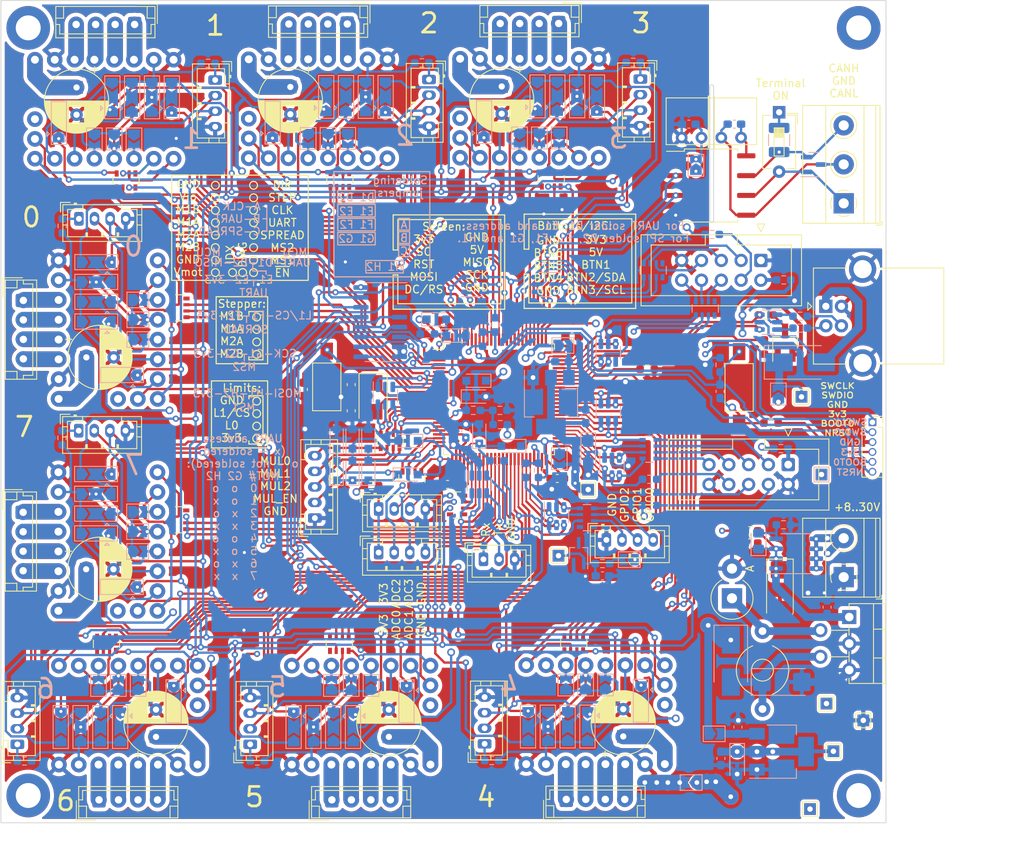
<source format=kicad_pcb>
(kicad_pcb
	(version 20240108)
	(generator "pcbnew")
	(generator_version "8.0")
	(general
		(thickness 4.69)
		(legacy_teardrops no)
	)
	(paper "A4")
	(layers
		(0 "F.Cu" signal)
		(1 "In1.Cu" power "Ground.Cu")
		(2 "In2.Cu" power "Power.Cu")
		(31 "B.Cu" signal)
		(32 "B.Adhes" user "B.Adhesive")
		(33 "F.Adhes" user "F.Adhesive")
		(34 "B.Paste" user)
		(35 "F.Paste" user)
		(36 "B.SilkS" user "B.Silkscreen")
		(37 "F.SilkS" user "F.Silkscreen")
		(38 "B.Mask" user)
		(39 "F.Mask" user)
		(40 "Dwgs.User" user "User.Drawings")
		(41 "Cmts.User" user "User.Comments")
		(42 "Eco1.User" user "User.Eco1")
		(43 "Eco2.User" user "User.Eco2")
		(44 "Edge.Cuts" user)
		(45 "Margin" user)
		(46 "B.CrtYd" user "B.Courtyard")
		(47 "F.CrtYd" user "F.Courtyard")
		(48 "B.Fab" user)
		(49 "F.Fab" user)
		(50 "User.1" user)
		(51 "User.2" user)
		(52 "User.3" user)
		(53 "User.4" user)
		(54 "User.5" user)
		(55 "User.6" user)
		(56 "User.7" user)
		(57 "User.8" user)
		(58 "User.9" user)
	)
	(setup
		(stackup
			(layer "F.SilkS"
				(type "Top Silk Screen")
			)
			(layer "F.Paste"
				(type "Top Solder Paste")
			)
			(layer "F.Mask"
				(type "Top Solder Mask")
				(thickness 0.01)
			)
			(layer "F.Cu"
				(type "copper")
				(thickness 0.035)
			)
			(layer "dielectric 1"
				(type "core")
				(thickness 1.51)
				(material "FR4")
				(epsilon_r 4.5)
				(loss_tangent 0.02)
			)
			(layer "In1.Cu"
				(type "copper")
				(thickness 0.035)
			)
			(layer "dielectric 2"
				(type "prepreg")
				(thickness 1.51)
				(material "FR4")
				(epsilon_r 4.5)
				(loss_tangent 0.02)
			)
			(layer "In2.Cu"
				(type "copper")
				(thickness 0.035)
			)
			(layer "dielectric 3"
				(type "core")
				(thickness 1.51)
				(material "FR4")
				(epsilon_r 4.5)
				(loss_tangent 0.02)
			)
			(layer "B.Cu"
				(type "copper")
				(thickness 0.035)
			)
			(layer "B.Mask"
				(type "Bottom Solder Mask")
				(thickness 0.01)
			)
			(layer "B.Paste"
				(type "Bottom Solder Paste")
			)
			(layer "B.SilkS"
				(type "Bottom Silk Screen")
			)
			(copper_finish "None")
			(dielectric_constraints no)
		)
		(pad_to_mask_clearance 0)
		(allow_soldermask_bridges_in_footprints no)
		(pcbplotparams
			(layerselection 0x00010fc_ffffffff)
			(plot_on_all_layers_selection 0x0000000_00000000)
			(disableapertmacros no)
			(usegerberextensions no)
			(usegerberattributes yes)
			(usegerberadvancedattributes yes)
			(creategerberjobfile yes)
			(dashed_line_dash_ratio 12.000000)
			(dashed_line_gap_ratio 3.000000)
			(svgprecision 6)
			(plotframeref no)
			(viasonmask no)
			(mode 1)
			(useauxorigin no)
			(hpglpennumber 1)
			(hpglpenspeed 20)
			(hpglpendiameter 15.000000)
			(pdf_front_fp_property_popups yes)
			(pdf_back_fp_property_popups yes)
			(dxfpolygonmode yes)
			(dxfimperialunits yes)
			(dxfusepcbnewfont yes)
			(psnegative no)
			(psa4output no)
			(plotreference yes)
			(plotvalue yes)
			(plotfptext yes)
			(plotinvisibletext no)
			(sketchpadsonfab no)
			(subtractmaskfromsilk no)
			(outputformat 1)
			(mirror no)
			(drillshape 0)
			(scaleselection 1)
			(outputdirectory "gerbers/")
		)
	)
	(net 0 "")
	(net 1 "/MCU base/OSC_IN")
	(net 2 "GND")
	(net 3 "/MCU base/NRST")
	(net 4 "/MCU base/BOOT0")
	(net 5 "+3V3")
	(net 6 "/MCU base/OSC_OUT")
	(net 7 "unconnected-(D1-Pad4)")
	(net 8 "/MCU base/BTN1")
	(net 9 "/MCU base/BTN2_SDA")
	(net 10 "/MCU base/SWDIO")
	(net 11 "/MCU base/BTN3_SCL")
	(net 12 "/MCU base/SWCLK")
	(net 13 "M4_L0")
	(net 14 "M4_L1")
	(net 15 "/MCU base/BTN4")
	(net 16 "/MCU base/BTN5")
	(net 17 "/MCU base/BTN6")
	(net 18 "M3_L1")
	(net 19 "M3_L0")
	(net 20 "M2_L1")
	(net 21 "M2_L0")
	(net 22 "M1_L0")
	(net 23 "M1_L1")
	(net 24 "/MCU base/SCRN_DCRS")
	(net 25 "/MCU base/SCRN_SCK")
	(net 26 "/MCU base/SCRN_MISO")
	(net 27 "/MCU base/SCRN_MOSI")
	(net 28 "/MCU base/SCRN_RST")
	(net 29 "/MCU base/SCRN_CS")
	(net 30 "M6_L1")
	(net 31 "M6_L0")
	(net 32 "M5_L1")
	(net 33 "M5_L0")
	(net 34 "/MCU base/A0")
	(net 35 "/MCU base/A1")
	(net 36 "/MCU base/A2")
	(net 37 "/MCU base/A3")
	(net 38 "/MCU base/A4")
	(net 39 "/MCU base/A5")
	(net 40 "Net-(J1-Pad4)")
	(net 41 "Net-(J2-Pad2)")
	(net 42 "Net-(J2-Pad3)")
	(net 43 "Net-(J2-Pad5)")
	(net 44 "Net-(J2-Pad6)")
	(net 45 "Net-(J2-Pad7)")
	(net 46 "Net-(J2-Pad8)")
	(net 47 "ADC2")
	(net 48 "ADC3")
	(net 49 "ADC4")
	(net 50 "ADC5")
	(net 51 "+5V")
	(net 52 "ADC0")
	(net 53 "Vdrive")
	(net 54 "ADC1")
	(net 55 "unconnected-(RN1-Pad4)")
	(net 56 "unconnected-(RN1-Pad5)")
	(net 57 "MUL0")
	(net 58 "MUL1")
	(net 59 "MUL2")
	(net 60 "MUL_EN")
	(net 61 "M1_EN")
	(net 62 "M1_DIR")
	(net 63 "M1_STEP")
	(net 64 "+3.3VADC")
	(net 65 "TMC_SCK")
	(net 66 "TMC_MISO")
	(net 67 "TMC_MOSI")
	(net 68 "USART3_TX")
	(net 69 "M6_STEP")
	(net 70 "M6_DIR")
	(net 71 "M6_EN")
	(net 72 "M5_STEP")
	(net 73 "M5_DIR")
	(net 74 "M5_EN")
	(net 75 "USB_DM")
	(net 76 "USB_DP")
	(net 77 "M4_STEP")
	(net 78 "M4_EN")
	(net 79 "M4_DIR")
	(net 80 "CAN_RX")
	(net 81 "CAN_TX")
	(net 82 "USART2_TX")
	(net 83 "M3_DIR")
	(net 84 "M3_STEP")
	(net 85 "M3_EN")
	(net 86 "M2_STEP")
	(net 87 "M2_DIR")
	(net 88 "M2_EN")
	(net 89 "Net-(J2-Pad10)")
	(net 90 "Net-(C10-Pad1)")
	(net 91 "/MCU base/MOT_MUL0")
	(net 92 "/MCU base/MOT_MUL1")
	(net 93 "/MCU base/MOT_MUL2")
	(net 94 "/MCU base/MOT_MUL_EN")
	(net 95 "Net-(J6-Pad2)")
	(net 96 "Net-(J6-Pad3)")
	(net 97 "Net-(J6-Pad4)")
	(net 98 "Net-(J6-Pad5)")
	(net 99 "Net-(C11-Pad1)")
	(net 100 "Earth")
	(net 101 "Net-(C15-Pad1)")
	(net 102 "Net-(C17-Pad1)")
	(net 103 "Net-(D22-Pad1)")
	(net 104 "/VB")
	(net 105 "Net-(J3-Pad8)")
	(net 106 "/MCU base/OUT1")
	(net 107 "/MCU base/OUT0")
	(net 108 "/MCU base/OUT2")
	(net 109 "Net-(J7-Pad2)")
	(net 110 "Net-(J7-Pad3)")
	(net 111 "unconnected-(RN2-Pad4)")
	(net 112 "unconnected-(RN2-Pad5)")
	(net 113 "Net-(J7-Pad4)")
	(net 114 "/CANL")
	(net 115 "/CANH")
	(net 116 "Net-(D25-Pad2)")
	(net 117 "Net-(D26-Pad1)")
	(net 118 "Net-(J3-Pad1)")
	(net 119 "Net-(J3-Pad3)")
	(net 120 "Net-(J3-Pad4)")
	(net 121 "Net-(J3-Pad5)")
	(net 122 "Net-(J3-Pad6)")
	(net 123 "Net-(J3-Pad7)")
	(net 124 "Net-(J3-Pad9)")
	(net 125 "Net-(J4-Pad1)")
	(net 126 "Net-(J8-Pad2)")
	(net 127 "Net-(J8-Pad3)")
	(net 128 "Net-(J10-Pad2)")
	(net 129 "Net-(JP4-Pad2)")
	(net 130 "/Motors/Vm")
	(net 131 "/Motors/USART0-3")
	(net 132 "/Motors/MOSI")
	(net 133 "Net-(JP8-Pad1)")
	(net 134 "/Motors/SCK")
	(net 135 "Net-(JP13-Pad1)")
	(net 136 "/Motors/MISO")
	(net 137 "unconnected-(RN8-Pad8)")
	(net 138 "unconnected-(RN8-Pad1)")
	(net 139 "Net-(R16-Pad2)")
	(net 140 "Net-(R17-Pad2)")
	(net 141 "Net-(R18-Pad1)")
	(net 142 "/Motors/USART4-7")
	(net 143 "/Motors/DIAG4")
	(net 144 "/Motors/DIAG6")
	(net 145 "/Motors/DIAG7")
	(net 146 "/Motors/DIAG5")
	(net 147 "/Motors/DIAG3")
	(net 148 "/Motors/DIAG0")
	(net 149 "/Motors/DIAG1")
	(net 150 "/Motors/DIAG2")
	(net 151 "unconnected-(XX1-Pad18)")
	(net 152 "/Motors/stepper_M1/U")
	(net 153 "Net-(J11-Pad1)")
	(net 154 "/Motors/stepper_M1/~{ENx}")
	(net 155 "/Motors/stepper_M1/STEPx")
	(net 156 "/Motors/stepper_M1/DIRx")
	(net 157 "/MCU base/USART1_RX")
	(net 158 "/Motors/stepper_M1/MS1")
	(net 159 "/Motors/stepper_M1/MS2")
	(net 160 "/Motors/stepper_M1/SPR")
	(net 161 "/Motors/stepper_M1/CLK")
	(net 162 "/MCU base/USART1_TX")
	(net 163 "Net-(J13-Pad2)")
	(net 164 "Net-(J13-Pad1)")
	(net 165 "M0_L1")
	(net 166 "M0_L0")
	(net 167 "Net-(J12-Pad4)")
	(net 168 "Net-(J12-Pad3)")
	(net 169 "Net-(J12-Pad2)")
	(net 170 "Net-(J12-Pad1)")
	(net 171 "M0_STEP")
	(net 172 "M0_DIR")
	(net 173 "M0_EN")
	(net 174 "M7_L0")
	(net 175 "M7_L1")
	(net 176 "M7_DIR")
	(net 177 "M7_EN")
	(net 178 "M7_STEP")
	(net 179 "MCU3v3")
	(net 180 "unconnected-(RN7-Pad5)")
	(net 181 "unconnected-(RN7-Pad4)")
	(net 182 "Net-(J14-Pad1)")
	(net 183 "Net-(J15-Pad1)")
	(net 184 "Net-(J15-Pad2)")
	(net 185 "Net-(J15-Pad3)")
	(net 186 "Net-(J15-Pad4)")
	(net 187 "Net-(JP16-Pad1)")
	(net 188 "/Motors/stepper_M2/U")
	(net 189 "/Motors/stepper_M2/MS1")
	(net 190 "/Motors/stepper_M2/MS2")
	(net 191 "/Motors/stepper_M2/SPR")
	(net 192 "Net-(JP21-Pad1)")
	(net 193 "/Motors/stepper_M2/CLK")
	(net 194 "/Motors/stepper_M2/DIRx")
	(net 195 "/Motors/stepper_M2/STEPx")
	(net 196 "/Motors/stepper_M2/~{ENx}")
	(net 197 "unconnected-(RN9-Pad1)")
	(net 198 "unconnected-(RN9-Pad8)")
	(net 199 "unconnected-(XX2-Pad18)")
	(net 200 "Net-(J16-Pad1)")
	(net 201 "Net-(J17-Pad1)")
	(net 202 "Net-(J17-Pad2)")
	(net 203 "Net-(J17-Pad3)")
	(net 204 "Net-(J17-Pad4)")
	(net 205 "Net-(JP24-Pad1)")
	(net 206 "/Motors/stepper_M3/U")
	(net 207 "/Motors/stepper_M3/MS1")
	(net 208 "/Motors/stepper_M3/MS2")
	(net 209 "/Motors/stepper_M3/SPR")
	(net 210 "Net-(JP29-Pad1)")
	(net 211 "/Motors/stepper_M3/CLK")
	(net 212 "unconnected-(RN10-Pad1)")
	(net 213 "/Motors/stepper_M3/DIRx")
	(net 214 "/Motors/stepper_M3/STEPx")
	(net 215 "/Motors/stepper_M3/~{ENx}")
	(net 216 "unconnected-(RN10-Pad8)")
	(net 217 "unconnected-(XX3-Pad18)")
	(net 218 "Net-(J18-Pad1)")
	(net 219 "Net-(J19-Pad1)")
	(net 220 "Net-(J19-Pad2)")
	(net 221 "Net-(J19-Pad3)")
	(net 222 "Net-(J19-Pad4)")
	(net 223 "Net-(JP32-Pad1)")
	(net 224 "/Motors/stepper_M4/U")
	(net 225 "/Motors/stepper_M4/MS1")
	(net 226 "/Motors/stepper_M4/MS2")
	(net 227 "/Motors/stepper_M4/SPR")
	(net 228 "Net-(JP37-Pad1)")
	(net 229 "/Motors/stepper_M4/CLK")
	(net 230 "unconnected-(RN11-Pad1)")
	(net 231 "/Motors/stepper_M4/DIRx")
	(net 232 "/Motors/stepper_M4/STEPx")
	(net 233 "/Motors/stepper_M4/~{ENx}")
	(net 234 "unconnected-(RN11-Pad8)")
	(net 235 "unconnected-(XX4-Pad18)")
	(net 236 "Net-(J20-Pad1)")
	(net 237 "Net-(J21-Pad1)")
	(net 238 "Net-(J21-Pad2)")
	(net 239 "Net-(J21-Pad3)")
	(net 240 "Net-(J21-Pad4)")
	(net 241 "Net-(JP40-Pad1)")
	(net 242 "/Motors/stepper_M5/U")
	(net 243 "/Motors/stepper_M5/MS1")
	(net 244 "/Motors/stepper_M5/MS2")
	(net 245 "/Motors/stepper_M5/SPR")
	(net 246 "Net-(JP45-Pad1)")
	(net 247 "/Motors/stepper_M5/CLK")
	(net 248 "unconnected-(RN12-Pad1)")
	(net 249 "/Motors/stepper_M5/DIRx")
	(net 250 "/Motors/stepper_M5/STEPx")
	(net 251 "/Motors/stepper_M5/~{ENx}")
	(net 252 "unconnected-(RN12-Pad8)")
	(net 253 "unconnected-(XX5-Pad18)")
	(net 254 "Net-(J22-Pad1)")
	(net 255 "Net-(J23-Pad1)")
	(net 256 "Net-(J23-Pad2)")
	(net 257 "Net-(J23-Pad3)")
	(net 258 "Net-(J23-Pad4)")
	(net 259 "Net-(JP48-Pad1)")
	(net 260 "/Motors/stepper_M6/U")
	(net 261 "/Motors/stepper_M6/MS1")
	(net 262 "/Motors/stepper_M6/MS2")
	(net 263 "/Motors/stepper_M6/SPR")
	(net 264 "Net-(JP53-Pad1)")
	(net 265 "/Motors/stepper_M6/CLK")
	(net 266 "unconnected-(RN13-Pad1)")
	(net 267 "/Motors/stepper_M6/DIRx")
	(net 268 "/Motors/stepper_M6/STEPx")
	(net 269 "/Motors/stepper_M6/~{ENx}")
	(net 270 "unconnected-(RN13-Pad8)")
	(net 271 "unconnected-(XX6-Pad18)")
	(net 272 "Net-(J24-Pad1)")
	(net 273 "Net-(J25-Pad1)")
	(net 274 "Net-(J25-Pad2)")
	(net 275 "Net-(J25-Pad3)")
	(net 276 "Net-(J25-Pad4)")
	(net 277 "Net-(JP56-Pad1)")
	(net 278 "/Motors/stepper_M7/U")
	(net 279 "/Motors/stepper_M7/MS1")
	(net 280 "/Motors/stepper_M7/MS2")
	(net 281 "/Motors/stepper_M7/SPR")
	(net 282 "Net-(JP61-Pad1)")
	(net 283 "/Motors/stepper_M7/CLK")
	(net 284 "unconnected-(RN14-Pad1)")
	(net 285 "/Motors/stepper_M7/DIRx")
	(net 286 "/Motors/stepper_M7/STEPx")
	(net 287 "/Motors/stepper_M7/~{ENx}")
	(net 288 "unconnected-(RN14-Pad8)")
	(net 289 "unconnected-(XX7-Pad18)")
	(net 290 "Net-(J26-Pad1)")
	(net 291 "Net-(J27-Pad1)")
	(net 292 "Net-(J27-Pad2)")
	(net 293 "Net-(J27-Pad3)")
	(net 294 "Net-(J27-Pad4)")
	(net 295 "Net-(JP64-Pad1)")
	(net 296 "/Motors/stepper_M8/U")
	(net 297 "/Motors/stepper_M8/MS1")
	(net 298 "/Motors/stepper_M8/MS2")
	(net 299 "/Motors/stepper_M8/SPR")
	(net 300 "Net-(JP69-Pad1)")
	(net 301 "/Motors/stepper_M8/CLK")
	(net 302 "unconnected-(RN15-Pad1)")
	(net 303 "/Motors/stepper_M8/DIRx")
	(net 304 "/Motors/stepper_M8/STEPx")
	(net 305 "/Motors/stepper_M8/~{ENx}")
	(net 306 "unconnected-(RN15-Pad8)")
	(net 307 "unconnected-(XX8-Pad18)")
	(net 308 "/MCU base/Diagn")
	(net 309 "DIAGNOST")
	(net 310 "Net-(C27-Pad1)")
	(net 311 "Vio")
	(net 312 "Net-(Q3-Pad1)")
	(net 313 "Net-(J2-Pad4)")
	(net 314 "Net-(Q3-Pad3)")
	(net 315 "/MCU base/DPPU")
	(net 316 "unconnected-(RN3-Pad1)")
	(net 317 "unconnected-(RN3-Pad8)")
	(footprint "Capacitor_SMD:C_0603_1608Metric_Pad1.08x0.95mm_HandSolder" (layer "F.Cu") (at 110.8975 79.502))
	(footprint "Connector_JST:JST_EH_B4B-EH-A_1x04_P2.50mm_Vertical" (layer "F.Cu") (at 99.921075 41.501827 180))
	(footprint "Connector_JST:JST_EH_B4B-EH-A_1x04_P2.50mm_Vertical" (layer "F.Cu") (at 58.374 76.974 -90))
	(footprint "Connector_JST:JST_PH_B5B-PH-K_1x05_P2.00mm_Vertical" (layer "F.Cu") (at 95.758 104.902 90))
	(footprint "Connector_IDC:IDC-Header_2x05_P2.54mm_Vertical" (layer "F.Cu") (at 152.9588 71.8407 -90))
	(footprint "Button_Switch_SMD:SW_SPST_FSMSM" (layer "F.Cu") (at 150.1648 88.138 -90))
	(footprint "Connector_JST:JST_PH_B4B-PH-K_1x04_P2.00mm_Vertical" (layer "F.Cu") (at 87.466 133.934 90))
	(footprint "MountingHole:MountingHole_3.2mm_M3_DIN965_Pad" (layer "F.Cu") (at 165.5 140.5))
	(footprint "Resistor_SMD:R_0603_1608Metric_Pad0.98x0.95mm_HandSolder" (layer "F.Cu") (at 153.416 82.9564 -90))
	(footprint "Button_Switch_THT:SW_DIP_SPSTx01_Slide_6.7x4.1mm_W7.62mm_P2.54mm_LowProfile" (layer "F.Cu") (at 155.2956 52.832 -90))
	(footprint "Capacitor_THT:CP_Radial_D8.0mm_P3.50mm" (layer "F.Cu") (at 105.246 132.978 90))
	(footprint "Connector_JST:JST_PH_B4B-PH-K_1x04_P2.00mm_Vertical" (layer "F.Cu") (at 103.934 103.7336))
	(footprint "Connector_JST:JST_PH_B4B-PH-K_1x04_P2.00mm_Vertical" (layer "F.Cu") (at 65.5 66.5))
	(footprint "stepper:stepper_module" (layer "F.Cu") (at 131.75 130.124 -90))
	(footprint "Resistor_SMD:R_Array_Convex_4x0603" (layer "F.Cu") (at 126.07045 61.46 -90))
	(footprint "Connector_JST:JST_PH_B3B-PH-K_1x03_P2.00mm_Vertical" (layer "F.Cu") (at 117.38 110.194))
	(footprint "stepper:stepper_module" (layer "F.Cu") (at 69.222 107.9116 180))
	(footprint "stepper:stepper_module" (layer "F.Cu") (at 96.171075 52.377827 90))
	(footprint "Resistor_SMD:R_Array_Convex_4x0603" (layer "F.Cu") (at 113.9952 103.2256))
	(footprint "TerminalBlock_Phoenix:TerminalBlock_Phoenix_MKDS-1,5-2_1x02_P5.00mm_Horizontal" (layer "F.Cu") (at 163.576 112.482 90))
	(footprint "Resistor_SMD:R_0603_1608Metric_Pad0.98x0.95mm_HandSolder" (layer "F.Cu") (at 153.6173 78.8416 180))
	(footprint "Connector_IDC:IDC-Header_2x05_P2.54mm_Vertical"
		(layer "F.Cu")
		(uuid "3d430b90-cdad-448e-a8ca-ef46fa85282d")
		(at 156.464 98.044 -90)
		(descr "Through hole IDC box header, 2x05, 2.54mm pitch, DIN 41651 / IEC 60603-13, double rows, https://docs.google.com/spreadsheets/d/16SsEcesNF15N3Lb4niX7dcUr-NY5_MFPQhobNuNppn4/edit#gid=0")
		(tags "Through hole vertical IDC box header THT 2x05 2.54mm double row")
		(property "Reference" "J3"
			(at 6.9596 6.4008 180)
			(layer "F.Fab")
			(hide yes)
			(uuid "3b8e17a6-fb12-4477-81dc-dfb79f00fc2c")
			(effects
				(font
					(size 1 1)
					(thickness 0.15)
				)
			)
		)
		(property "Value" "Screen"
			(at 6.9596 5.0292 180)
			(layer "F.SilkS")
			(hide yes)
			(uuid "5a57d791-ff8d-4f6d-bc1d-a274c46c2e87")
			(effects
				(font
					(size 1 1)
					(thickness 0.15)
				)
			)
		)
		(property "Footprint" "Connector_IDC:IDC-Header_2x05_P2.54mm_Vertical"
			(at 0 0 -90)
			(unlocked yes)
			(layer "F.Fab")
			(hide yes)
			(uuid "2a4786cb-cf2d-4c4b-8325-710321db0d60")
			(effects
				(font
					(size 1.27 1.27)
					(thickness 0.15)
				)
			)
		)
		(property "Datasheet" ""
			(at 0 0 -90)
			(unlocked yes)
			(layer "F.Fab")
			(hide yes)
			(uuid "222bd53f-90f6-4af4-8c30-2b90e6c3b352")
			(effects
				(font
					(size 1.27 1.27)
					(thickness 0.15)
				)
			)
		)
		(property "Description" ""
			(at 0 0 -90)
			(unlocked yes)
			(layer "F.Fab")
			(hide yes)
			(uuid "a0a7648f-a72f-448e-8d9a-30148fc6ec4c")
			(effects
				(font
					(size 1.27 1.27)
					(thickness 0.15)
				)
			)
		)
		(path "/076c38b6-e164-46bb-9d96-26f8bdfeca37/3b30193d-b3cb-42a8-a75c-e3cbeadeeead")
		(sheetname "MCU base")
		(sheetfile "mcubase.kicad_sch")
		(attr through_hole)
		(fp_line
			(start -3.29 15.37)
			(end -3.29 -5.21)
			(stroke
				(width 0.12)
				(type solid)
			)
			(layer "F.SilkS")
			(uuid "a665a99c-4e35-4e49-be80-2ecb4d9d0c6e")
		)
		(fp_line
			(start 5.83 15.37)
			(end -3.29 15.37)
			(stroke
				(width 0.12)
				(type solid)
			)
			(layer "F.SilkS")
			(uuid "c411ee2f-f284-4773-85d4-a8df62c49d1d")
		)
		(fp_line
			(start -1.98 14.07)
			(end -1.98 7.13)
			(stroke
				(width 0.12)
				(type solid)
			)
			(layer "F.SilkS")
			(uuid "440619ce-68f3-4173-be10-805b9c1e094b")
		)
		(fp_line
			(start 4.52 14.07)
			(end -1.98 14.07)
			(stroke
				(width 0.12)
				(type solid)
			)
			(layer "F.SilkS")
			(uuid "36486bfc-595e-4627-baa6-b664f4d2d9c0")
		)
		(fp_line
			(start -1.98 7.13)
			(end -3.29 7.13)
			(stroke
				(width 0.12)
				(type solid)
			)
			(layer "F.SilkS")
			(uuid "a1973355-6cfa-46e7-9fcd-ef4c7dbb169a")
		)
		(fp_line
			(start -1.98 7.13)
			(end -1.98 7.13)
			(stroke
				(width 0.12)
				(type solid)
			)
			(layer "F.SilkS")
			(uuid "ddb751ff-b3c5-42ce-ac1b-d810336f8a18")
		)
		(fp_line
			(start -3.29 3.03)
			(end -1.98 3.03)
			(stroke
				(width 0.12)
				(type solid)
			)
			(layer "F.SilkS")
			(uuid "41d1f62a-8fb3-474d-94fa-d6b4fd091e19")
		)
		(fp_line
			(start -1.98 3.03)
			(end -1.98 -3.91)
			(stroke
				(width 0.12)
				(type solid)
			)
			(layer "F.SilkS")
			(uuid "9bdd5910-0f76-4e54-9286-86b33a1773fa")
		)
		(fp_line
			(start -4.68 0.5)
			(end -3.68 0)
			(stroke
				(width 0.12)
				(type solid)
			)
			(layer "F.SilkS")
			(uuid "86b3077b-5559-4cd1-a40c-7114d9340633")
		)
		(fp_line
			(start -3.68 0)
			(end -4.68 -0.5)
			(stroke
				(width 0.12)
				(type solid)
			)
			(layer "F.SilkS")
			(uuid "332a452f-99c1-491b-93e9-fda84c916e9a")
		)
		(fp_line
			(start -4.68 -0.5)
			(end -4.68 0.5)
			(stroke
				(width 0.12)
				(type solid)
			)
			(layer "F.SilkS")
			(uuid "fe563628-aee5-4c73-a398-bd9bef538ac2")
		)
		(fp_line
			(start -1.98 -3.91)
			(end 4.52 -3.91)
			(stroke
				(width 0.12)
				(type solid)
			)
			(layer "F.SilkS")
			(uuid "aef7a603-4acb-4a8d-9490-3dc06d402b46")
		)
		(fp_line
			(start 4.52 -3.91)
			(end 4.52 14.07)
			(stroke
				(width 0.12)
				(type solid)
			)
			(layer "F.SilkS")
			(uuid "05565887-307a-41e2-84b0-7fc19aae492e")
		)
		(fp_line
			(start -3.29 -5.21)
			(end 5.83 -5.21)
			(stroke
				(width 0.12)
				(type solid)
			)
			(layer "F.SilkS")
			(uuid "3171cf89-22bf-4490-bbd2-9045b0a99db6")
		)
		(fp_line
			(start 5.83 -5.21)
			(end 5.83 15.37)
			(stroke
				(width 0.12)
				(type solid)
			)
			(layer "F.SilkS")
			(uuid "991dbdac-7795-4b95-9c6d-c0b65a21394a")
		)
		(fp_line
			(start -3.68 15.76)
			(end 6.22 15.76)
			(stroke
				(width 0.05)
				(type solid)
			)
			(layer "F.CrtYd")
			(uuid "7bcfd651-fe63-40c9-a4d8-1993b9e6eac2")
		)
		(fp_line
			(start 6.22 15.76)
			(end 6.22 -5.6)
			(stroke
				(width 0.05)
				(type solid)
			)
			(layer "F.CrtYd")
			(uuid "14339d0d-02bd-4a01-a2c5-b72d30338d8b")
		)
		(fp_line
			(start -3.68 -5.6)
			(end -3.68 15.76)
			(stroke
				(width 0.05)
				(type solid)
			)
			(layer "F.CrtYd")
			(uuid "c403abc5-380b-4d46-b88d-fb45fb112d7e")
		)
		(fp_line
			(start 6.22 -5.6)
			(end -3.68 -5.6)
			(stroke
				(width 0.05)
				(type solid)
			)
			(layer "F.CrtYd")
			(uuid "53a7b15c-7348-415d-a94a-08ac0db9df42")
		)
		(fp_line
			(start -3.18 15.26)
			(end -3.18 -4.1)
			(stroke
				(width 0.1)
				(type solid)
			)
			(layer "F.Fab")
			(uuid "70de5e60-0c62-4db1-a769-50479b775586")
		)
		(fp_line
			(start 5.72 15.26)
			(end -3.18 15.26)
			(stroke
				(width 0.1)
				(type solid)
			)
			(layer "F.Fab")
			(uuid "a8f6f23b-594a-47b9-b586-2d008c8e7c9b")
		)
		(fp_line
			(start -1.98 14.07)
			(end -1.98 7.13)
			(stroke
				(width 0.1)
				(type solid)
			)
			(layer "F.Fab")
			(uuid "3ac8b179-49ca-4676-a21e-dcb914b6d98e")
		)
		(fp_line
			(start 4.52 14.07)
			(end -1.98 14.0
... [5373146 chars truncated]
</source>
